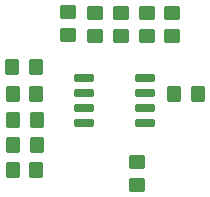
<source format=gbr>
%TF.GenerationSoftware,KiCad,Pcbnew,(6.0.11-0)*%
%TF.CreationDate,2023-02-13T11:24:01+01:00*%
%TF.ProjectId,vectrex_joystick,76656374-7265-4785-9f6a-6f7973746963,rev?*%
%TF.SameCoordinates,Original*%
%TF.FileFunction,Paste,Top*%
%TF.FilePolarity,Positive*%
%FSLAX46Y46*%
G04 Gerber Fmt 4.6, Leading zero omitted, Abs format (unit mm)*
G04 Created by KiCad (PCBNEW (6.0.11-0)) date 2023-02-13 11:24:01*
%MOMM*%
%LPD*%
G01*
G04 APERTURE LIST*
G04 Aperture macros list*
%AMRoundRect*
0 Rectangle with rounded corners*
0 $1 Rounding radius*
0 $2 $3 $4 $5 $6 $7 $8 $9 X,Y pos of 4 corners*
0 Add a 4 corners polygon primitive as box body*
4,1,4,$2,$3,$4,$5,$6,$7,$8,$9,$2,$3,0*
0 Add four circle primitives for the rounded corners*
1,1,$1+$1,$2,$3*
1,1,$1+$1,$4,$5*
1,1,$1+$1,$6,$7*
1,1,$1+$1,$8,$9*
0 Add four rect primitives between the rounded corners*
20,1,$1+$1,$2,$3,$4,$5,0*
20,1,$1+$1,$4,$5,$6,$7,0*
20,1,$1+$1,$6,$7,$8,$9,0*
20,1,$1+$1,$8,$9,$2,$3,0*%
G04 Aperture macros list end*
%ADD10RoundRect,0.250000X0.450000X-0.350000X0.450000X0.350000X-0.450000X0.350000X-0.450000X-0.350000X0*%
%ADD11RoundRect,0.250000X-0.350000X-0.450000X0.350000X-0.450000X0.350000X0.450000X-0.350000X0.450000X0*%
%ADD12RoundRect,0.250000X0.350000X0.450000X-0.350000X0.450000X-0.350000X-0.450000X0.350000X-0.450000X0*%
%ADD13RoundRect,0.150000X-0.725000X-0.150000X0.725000X-0.150000X0.725000X0.150000X-0.725000X0.150000X0*%
%ADD14RoundRect,0.250000X-0.450000X0.350000X-0.450000X-0.350000X0.450000X-0.350000X0.450000X0.350000X0*%
G04 APERTURE END LIST*
D10*
%TO.C,R4*%
X84531200Y-106190800D03*
X84531200Y-104190800D03*
%TD*%
D11*
%TO.C,R3*%
X73184000Y-117500400D03*
X75184000Y-117500400D03*
%TD*%
D10*
%TO.C,R8*%
X86664800Y-106190800D03*
X86664800Y-104190800D03*
%TD*%
%TO.C,R11*%
X83667600Y-118789200D03*
X83667600Y-116789200D03*
%TD*%
D11*
%TO.C,R10*%
X73202800Y-113233200D03*
X75202800Y-113233200D03*
%TD*%
D12*
%TO.C,R12*%
X88868000Y-111048800D03*
X86868000Y-111048800D03*
%TD*%
D10*
%TO.C,R2*%
X82346800Y-106190800D03*
X82346800Y-104190800D03*
%TD*%
D13*
%TO.C,U1*%
X79213000Y-109753400D03*
X79213000Y-111023400D03*
X79213000Y-112293400D03*
X79213000Y-113563400D03*
X84363000Y-113563400D03*
X84363000Y-112293400D03*
X84363000Y-111023400D03*
X84363000Y-109753400D03*
%TD*%
D14*
%TO.C,R5*%
X80162400Y-104190800D03*
X80162400Y-106190800D03*
%TD*%
%TO.C,R9*%
X77876400Y-104105200D03*
X77876400Y-106105200D03*
%TD*%
D12*
%TO.C,R7*%
X75202800Y-115417600D03*
X73202800Y-115417600D03*
%TD*%
D11*
%TO.C,R6*%
X73189600Y-111048800D03*
X75189600Y-111048800D03*
%TD*%
D12*
%TO.C,R1*%
X75133200Y-108813600D03*
X73133200Y-108813600D03*
%TD*%
M02*

</source>
